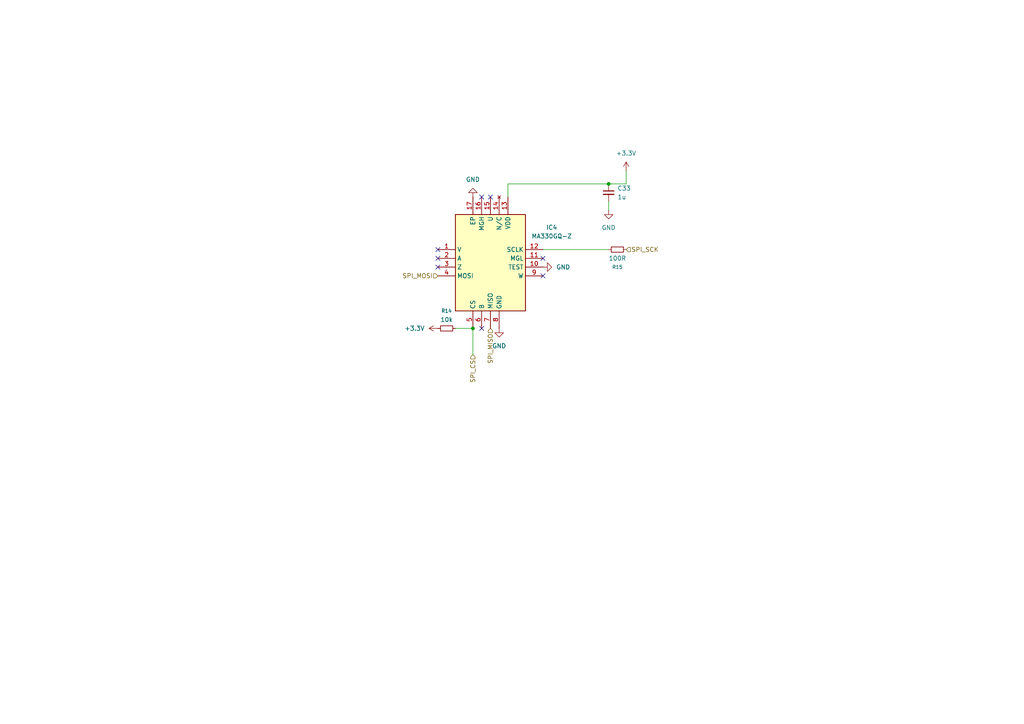
<source format=kicad_sch>
(kicad_sch (version 20250114) (generator "eeschema") (generator_version "9.0")
  (paper "A4")
  (lib_symbols
    (symbol "Device:C_Small" (pin_numbers (hide yes)) (pin_names (offset 0.254) (hide yes))
      (property "Reference" "C" (at 0.254 1.778 0))
      (property "Value" "C_Small" (at 0.254 -2.032 0))
      (symbol "C_Small_0_1"
        (polyline (pts (xy -1.524 0.508) (xy 1.524 0.508)) (stroke (width 0.3048)))
        (polyline (pts (xy -1.524 -0.508) (xy 1.524 -0.508)) (stroke (width 0.3302)))
      )
      (symbol "C_Small_1_1"
        (pin passive line (at 0 2.54 270) (length 2.032) (name "~") (number "1"))
        (pin passive line (at 0 -2.54 90) (length 2.032) (name "~") (number "2"))
      )
    )
    (symbol "Device:R_Small" (pin_numbers (hide yes)) (pin_names (offset 0.254) (hide yes))
      (property "Reference" "R" (at 0 0 90))
      (property "Value" "R_Small" (at 1.778 0 90))
      (symbol "R_Small_0_1"
        (rectangle (start -0.762 1.778) (end 0.762 -1.778) (stroke (width 0.2032)))
      )
      (symbol "R_Small_1_1"
        (pin passive line (at 0 2.54 270) (length 0.762) (name "~") (number "1"))
        (pin passive line (at 0 -2.54 90) (length 0.762) (name "~") (number "2"))
      )
    )
    (symbol "power:+3.3V" (power) (pin_numbers (hide yes)) (pin_names (offset 0) (hide yes))
      (property "Value" "+3.3V" (at 0 3.556 0))
      (symbol "+3.3V_0_1"
        (polyline (pts (xy -0.762 1.27) (xy 0 2.54)))
        (polyline (pts (xy 0 2.54) (xy 0.762 1.27)))
        (polyline (pts (xy 0 0) (xy 0 2.54)))
      )
      (symbol "+3.3V_1_1"
        (pin power_in line (at 0 0 90) (length 0) (name "~") (number "1"))
      )
    )
    (symbol "power:GND" (power) (pin_numbers (hide yes)) (pin_names (offset 0) (hide yes))
      (property "Value" "GND" (at 0 -3.81 0))
      (symbol "GND_0_1"
        (polyline (pts (xy 0 0) (xy 0 -1.27) (xy 1.27 -1.27) (xy 0 -2.54) (xy -1.27 -1.27) (xy 0 -1.27)))
      )
      (symbol "GND_1_1"
        (pin power_in line (at 0 0 270) (length 0) (name "~") (number "1"))
      )
    )
    (symbol "samacsys:MA330GQ-Z"
      (property "Reference" "IC" (at 26.67 15.24 0))
      (property "Value" "MA330GQ-Z" (at 26.67 12.7 0))
      (symbol "MA330GQ-Z_1_1"
        (rectangle (start 5.08 10.16) (end 25.4 -17.78) (stroke (width 0.254)) (fill (type background)))
        (pin passive line (at 0 0 0) (length 5.08) (name "V") (number "1"))
        (pin passive line (at 0 -2.54 0) (length 5.08) (name "A") (number "2"))
        (pin passive line (at 0 -5.08 0) (length 5.08) (name "Z") (number "3"))
        (pin passive line (at 0 -7.62 0) (length 5.08) (name "MOSI") (number "4"))
        (pin passive line (at 10.16 15.24 270) (length 5.08) (name "EP") (number "17"))
        (pin passive line (at 10.16 -22.86 90) (length 5.08) (name "CS") (number "5"))
        (pin passive line (at 12.7 15.24 270) (length 5.08) (name "MGH") (number "16"))
        (pin passive line (at 12.7 -22.86 90) (length 5.08) (name "B") (number "6"))
        (pin passive line (at 15.24 15.24 270) (length 5.08) (name "U") (number "15"))
        (pin passive line (at 15.24 -22.86 90) (length 5.08) (name "MISO") (number "7"))
        (pin no_connect line (at 17.78 15.24 270) (length 5.08) (name "N/C") (number "14"))
        (pin passive line (at 17.78 -22.86 90) (length 5.08) (name "GND") (number "8"))
        (pin passive line (at 20.32 15.24 270) (length 5.08) (name "VDD") (number "13"))
        (pin passive line (at 30.48 0 180) (length 5.08) (name "SCLK") (number "12"))
        (pin passive line (at 30.48 -2.54 180) (length 5.08) (name "MGL") (number "11"))
        (pin passive line (at 30.48 -5.08 180) (length 5.08) (name "TEST") (number "10"))
        (pin passive line (at 30.48 -7.62 180) (length 5.08) (name "W") (number "9"))
      )
    )
  )
  (junction (at 176.53 53.34))
  (junction (at 137.16 95.25))
  (no_connect (at 157.48 74.93))
  (no_connect (at 127 72.39))
  (no_connect (at 157.48 80.01))
  (no_connect (at 127 77.47))
  (no_connect (at 139.7 57.15))
  (no_connect (at 142.24 57.15))
  (no_connect (at 127 74.93))
  (no_connect (at 139.7 95.25))
  (wire (pts (xy 137.16 95.25) (xy 137.16 102.87)))
  (wire (pts (xy 181.61 49.53) (xy 181.61 53.34)))
  (wire (pts (xy 157.48 72.39) (xy 176.53 72.39)))
  (wire (pts (xy 176.53 53.34) (xy 181.61 53.34)))
  (wire (pts (xy 147.32 53.34) (xy 176.53 53.34)))
  (wire (pts (xy 176.53 58.42) (xy 176.53 60.96)))
  (wire (pts (xy 132.08 95.25) (xy 137.16 95.25)))
  (wire (pts (xy 147.32 57.15) (xy 147.32 53.34)))
  (hierarchical_label "SPI_SCK" (shape input) (at 181.61 72.39 0))
  (hierarchical_label "SPI_MOSI" (shape input) (at 127 80.01 180))
  (hierarchical_label "SPI_MISO" (shape input) (at 142.24 95.25 270))
  (hierarchical_label "SPI_CS" (shape input) (at 137.16 102.87 270))
  (symbol (lib_id "samacsys:MA330GQ-Z") (at 127 72.39 0) (unit 1)
    (property "Reference" "IC4" (at 160.02 65.9698 0))
    (property "Value" "MA330GQ-Z" (at 160.02 68.5098 0))
    (property "Footprint" "samacsys:QFN50P300X300X100-17N-D" (effects (hide yes)))
    (property "Datasheet" "https://www.monolithicpower.com/en/documentview/productdocument/index/version/2/document_type/Datasheet/lang/en/sku/MA330/document_id/4695/" (effects (hide yes)))
    (property "Description" "14-Bit Digital Contactless Angle Sensor with ABZ & UVW Incremental Outputs 16-Pin QFN T/R - Tape and Reel" (effects (hide yes)))
    (property "Height" "1" (effects (hide yes)))
    (property "Manufacturer_Name" "Monolithic Power Systems (MPS)" (effects (hide yes)))
    (property "Manufacturer_Part_Number" "MA330GQ-Z" (effects (hide yes)))
    (property "Mouser Part Number" "946-MA330GQ-Z" (effects (hide yes)))
    (property "Mouser Price/Stock" "https://www.mouser.co.uk/ProductDetail/Monolithic-Power-Systems-MPS/MA330GQ-Z?qs=Zz7%252BYVVL6bHPpcm%252B14Y%2FHg%3D%3D" (effects (hide yes)))
  )
  (symbol (lib_id "Device:C_Small") (at 176.53 55.88 0) (unit 1)
    (property "Reference" "C33" (at 179.07 54.6162 0) (effects (justify left)))
    (property "Value" "1u" (at 179.07 57.1562 0) (effects (justify left)))
    (property "Footprint" "Capacitor_SMD:C_0402_1005Metric" (effects (hide yes)))
    (property "Description" "Unpolarized capacitor, small symbol" (effects (hide yes)))
  )
  (symbol (lib_id "Device:R_Small") (at 129.54 95.25 270) (unit 1)
    (property "Reference" "R14" (at 129.54 90.17 90) (effects (font (size 1.016 1.016))))
    (property "Value" "10k" (at 129.54 92.71 90))
    (property "Footprint" "Resistor_SMD:R_0201_0603Metric_Pad0.64x0.40mm_HandSolder" (effects (hide yes)))
    (property "Description" "Resistor, small symbol" (effects (hide yes)))
  )
  (symbol (lib_id "Device:R_Small") (at 179.07 72.39 270) (unit 1)
    (property "Reference" "R15" (at 179.07 77.47 90) (effects (font (size 1.016 1.016))))
    (property "Value" "100R" (at 179.07 74.93 90))
    (property "Footprint" "Resistor_SMD:R_0201_0603Metric_Pad0.64x0.40mm_HandSolder" (effects (hide yes)))
    (property "Description" "Resistor, small symbol" (effects (hide yes)))
  )
  (symbol (lib_id "power:GND") (at 144.78 95.25 0) (unit 1)
    (property "Reference" "#PWR027" (effects (hide yes)))
    (property "Value" "GND" (at 144.78 100.33 0))
    (property "Description" "Power symbol creates a global label with name \"GND\" , ground" (effects (hide yes)))
  )
  (symbol (lib_id "power:GND") (at 137.16 57.15 180) (unit 1)
    (property "Reference" "#PWR026" (effects (hide yes)))
    (property "Value" "GND" (at 137.16 52.07 0))
    (property "Description" "Power symbol creates a global label with name \"GND\" , ground" (effects (hide yes)))
  )
  (symbol (lib_id "power:+3.3V") (at 127 95.25 90) (unit 1)
    (property "Reference" "#PWR025" (effects (hide yes)))
    (property "Value" "+3.3V" (at 123.19 95.2499 90) (effects (justify left)))
    (property "Description" "Power symbol creates a global label with name \"+3.3V\"" (effects (hide yes)))
  )
  (symbol (lib_id "power:GND") (at 157.48 77.47 90) (unit 1)
    (property "Reference" "#PWR028" (effects (hide yes)))
    (property "Value" "GND" (at 161.29 77.4699 90) (effects (justify right)))
    (property "Description" "Power symbol creates a global label with name \"GND\" , ground" (effects (hide yes)))
  )
  (symbol (lib_id "power:GND") (at 176.53 60.96 0) (unit 1)
    (property "Reference" "#PWR029" (effects (hide yes)))
    (property "Value" "GND" (at 176.53 66.04 0))
    (property "Description" "Power symbol creates a global label with name \"GND\" , ground" (effects (hide yes)))
  )
  (symbol (lib_id "power:+3.3V") (at 181.61 49.53 0) (unit 1)
    (property "Reference" "#PWR030" (effects (hide yes)))
    (property "Value" "+3.3V" (at 181.61 44.45 0))
    (property "Description" "Power symbol creates a global label with name \"+3.3V\"" (effects (hide yes)))
  )
)
</source>
